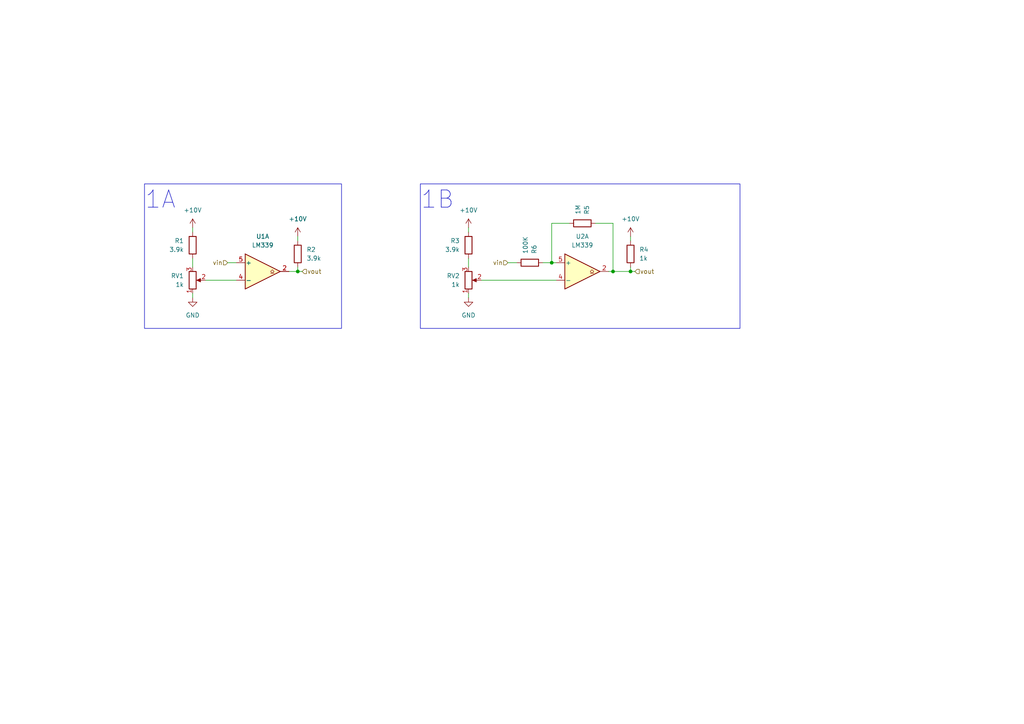
<source format=kicad_sch>
(kicad_sch (version 20230121) (generator eeschema)
  (paper "A4")
  (lib_symbols
    (symbol "Comparator:LM339" (pin_names (offset 0.127))
      (property "Reference" "U" (at 0 5.08 0))
      (property "Value" "LM339" (at 0 -5.08 0))
      (symbol "LM339_1_1"
        (polyline (pts (xy -5.08 5.08) (xy 5.08 0) (xy -5.08 -5.08) (xy -5.08 5.08)) (stroke (width 0.254)) (fill (type background)))
        (polyline (pts (xy 3.302 -0.508) (xy 2.794 -0.508) (xy 3.302 0) (xy 2.794 0.508) (xy 2.286 0) (xy 2.794 -0.508) (xy 2.286 -0.508)) (stroke (width 0.127)))
        (pin open_collector line (at 7.62 0 180) (length 2.54) (name "~") (number "2"))
        (pin input line (at -7.62 -2.54 0) (length 2.54) (name "-") (number "4"))
        (pin input line (at -7.62 2.54 0) (length 2.54) (name "+") (number "5"))
      )
      (symbol "LM339_2_1"
        (polyline (pts (xy -5.08 5.08) (xy 5.08 0) (xy -5.08 -5.08) (xy -5.08 5.08)) (stroke (width 0.254)) (fill (type background)))
        (polyline (pts (xy 3.302 -0.508) (xy 2.794 -0.508) (xy 3.302 0) (xy 2.794 0.508) (xy 2.286 0) (xy 2.794 -0.508) (xy 2.286 -0.508)) (stroke (width 0.127)))
        (pin open_collector line (at 7.62 0 180) (length 2.54) (name "~") (number "1"))
        (pin input line (at -7.62 -2.54 0) (length 2.54) (name "-") (number "6"))
        (pin input line (at -7.62 2.54 0) (length 2.54) (name "+") (number "7"))
      )
      (symbol "LM339_3_1"
        (polyline (pts (xy -5.08 5.08) (xy 5.08 0) (xy -5.08 -5.08) (xy -5.08 5.08)) (stroke (width 0.254)) (fill (type background)))
        (polyline (pts (xy 3.302 -0.508) (xy 2.794 -0.508) (xy 3.302 0) (xy 2.794 0.508) (xy 2.286 0) (xy 2.794 -0.508) (xy 2.286 -0.508)) (stroke (width 0.127)))
        (pin input line (at -7.62 -2.54 0) (length 2.54) (name "-") (number "10"))
        (pin input line (at -7.62 2.54 0) (length 2.54) (name "+") (number "11"))
        (pin open_collector line (at 7.62 0 180) (length 2.54) (name "~") (number "13"))
      )
      (symbol "LM339_4_1"
        (polyline (pts (xy -5.08 5.08) (xy 5.08 0) (xy -5.08 -5.08) (xy -5.08 5.08)) (stroke (width 0.254)) (fill (type background)))
        (polyline (pts (xy 3.302 -0.508) (xy 2.794 -0.508) (xy 3.302 0) (xy 2.794 0.508) (xy 2.286 0) (xy 2.794 -0.508) (xy 2.286 -0.508)) (stroke (width 0.127)))
        (pin open_collector line (at 7.62 0 180) (length 2.54) (name "~") (number "14"))
        (pin input line (at -7.62 -2.54 0) (length 2.54) (name "-") (number "8"))
        (pin input line (at -7.62 2.54 0) (length 2.54) (name "+") (number "9"))
      )
      (symbol "LM339_5_1"
        (pin power_in line (at -2.54 -7.62 90) (length 3.81) (name "V-") (number "12"))
        (pin power_in line (at -2.54 7.62 270) (length 3.81) (name "V+") (number "3"))
      )
    )
    (symbol "Device:R" (pin_numbers hide) (pin_names (offset 0))
      (property "Reference" "R" (at 2.032 0 90))
      (property "Value" "R" (at 0 0 90))
      (symbol "R_0_1"
        (rectangle (start -1.016 -2.54) (end 1.016 2.54) (stroke (width 0.254)))
      )
      (symbol "R_1_1"
        (pin passive line (at 0 3.81 270) (length 1.27) (name "~") (number "1"))
        (pin passive line (at 0 -3.81 90) (length 1.27) (name "~") (number "2"))
      )
    )
    (symbol "Device:R_Potentiometer" (pin_names (offset 1.016) hide)
      (property "Reference" "RV" (at -4.445 0 90))
      (property "Value" "R_Potentiometer" (at -2.54 0 90))
      (symbol "R_Potentiometer_0_1"
        (polyline (pts (xy 2.54 0) (xy 1.524 0)))
        (polyline (pts (xy 1.143 0) (xy 2.286 0.508) (xy 2.286 -0.508) (xy 1.143 0)) (fill (type outline)))
        (rectangle (start 1.016 2.54) (end -1.016 -2.54) (stroke (width 0.254)))
      )
      (symbol "R_Potentiometer_1_1"
        (pin passive line (at 0 3.81 270) (length 1.27) (name "1") (number "1"))
        (pin passive line (at 3.81 0 180) (length 1.27) (name "2") (number "2"))
        (pin passive line (at 0 -3.81 90) (length 1.27) (name "3") (number "3"))
      )
    )
    (symbol "power:+10V" (power) (pin_names (offset 0))
      (property "Value" "+10V" (at 0 3.556 0))
      (symbol "+10V_0_1"
        (polyline (pts (xy -0.762 1.27) (xy 0 2.54)))
        (polyline (pts (xy 0 0) (xy 0 2.54)))
        (polyline (pts (xy 0 2.54) (xy 0.762 1.27)))
      )
      (symbol "+10V_1_1"
        (pin power_in line (at 0 0 90) (length 0) hide (name "+10V") (number "1"))
      )
    )
    (symbol "power:GND" (power) (pin_names (offset 0))
      (property "Value" "GND" (at 0 -3.81 0))
      (symbol "GND_0_1"
        (polyline (pts (xy 0 0) (xy 0 -1.27) (xy 1.27 -1.27) (xy 0 -2.54) (xy -1.27 -1.27) (xy 0 -1.27)))
      )
      (symbol "GND_1_1"
        (pin power_in line (at 0 0 270) (length 0) hide (name "GND") (number "1"))
      )
    )
  )
  (junction (at 182.88 78.74))
  (junction (at 160.02 76.2))
  (junction (at 177.8 78.74))
  (junction (at 86.36 78.74))
  (wire (pts (xy 83.82 78.74) (xy 86.36 78.74)))
  (wire (pts (xy 182.88 68.58) (xy 182.88 69.85)))
  (wire (pts (xy 160.02 76.2) (xy 161.29 76.2)))
  (wire (pts (xy 182.88 78.74) (xy 184.15 78.74)))
  (wire (pts (xy 177.8 64.77) (xy 177.8 78.74)))
  (wire (pts (xy 177.8 78.74) (xy 182.88 78.74)))
  (wire (pts (xy 160.02 64.77) (xy 165.1 64.77)))
  (wire (pts (xy 139.7 81.28) (xy 161.29 81.28)))
  (wire (pts (xy 176.53 78.74) (xy 177.8 78.74)))
  (wire (pts (xy 135.89 85.09) (xy 135.89 86.36)))
  (wire (pts (xy 182.88 77.47) (xy 182.88 78.74)))
  (wire (pts (xy 55.88 74.93) (xy 55.88 77.47)))
  (wire (pts (xy 147.32 76.2) (xy 149.86 76.2)))
  (wire (pts (xy 135.89 66.04) (xy 135.89 67.31)))
  (wire (pts (xy 59.69 81.28) (xy 68.58 81.28)))
  (wire (pts (xy 157.48 76.2) (xy 160.02 76.2)))
  (wire (pts (xy 86.36 77.47) (xy 86.36 78.74)))
  (wire (pts (xy 66.04 76.2) (xy 68.58 76.2)))
  (wire (pts (xy 135.89 74.93) (xy 135.89 77.47)))
  (wire (pts (xy 55.88 85.09) (xy 55.88 86.36)))
  (wire (pts (xy 86.36 78.74) (xy 87.63 78.74)))
  (wire (pts (xy 86.36 68.58) (xy 86.36 69.85)))
  (wire (pts (xy 55.88 66.04) (xy 55.88 67.31)))
  (wire (pts (xy 160.02 76.2) (xy 160.02 64.77)))
  (wire (pts (xy 172.72 64.77) (xy 177.8 64.77)))
  (rectangle (start 41.91 53.34) (end 99.06 95.25))
  (rectangle (start 121.92 53.34) (end 214.63 95.25))
  (text "1B" (at 121.92 60.96 0) (effects (font (size 5 5)) (justify left bottom)))
  (text "1A" (at 41.91 60.96 0) (effects (font (size 5 5)) (justify left bottom)))
  (hierarchical_label "vin" (shape input) (at 66.04 76.2 180))
  (hierarchical_label "vin" (shape input) (at 147.32 76.2 180))
  (hierarchical_label "vout" (shape input) (at 184.15 78.74 0))
  (hierarchical_label "vout" (shape input) (at 87.63 78.74 0))
  (symbol (lib_id "power:+10V") (at 55.88 66.04 0) (unit 1)
    (property "Reference" "#PWR01" (effects hide))
    (property "Value" "+10V" (at 55.88 60.96 0))
  )
  (symbol (lib_id "Device:R") (at 86.36 73.66 0) (unit 1)
    (property "Reference" "R2" (at 88.9 72.39 0) (effects (justify left)))
    (property "Value" "3.9k" (at 88.9 74.93 0) (effects (justify left)))
  )
  (symbol (lib_id "Device:R") (at 153.67 76.2 270) (mirror x) (unit 1)
    (property "Reference" "R6" (at 154.94 73.66 0) (effects (justify left)))
    (property "Value" "100K" (at 152.4 73.66 0) (effects (justify left)))
  )
  (symbol (lib_id "Comparator:LM339") (at 76.2 78.74 0) (unit 1)
    (property "Reference" "U1" (at 76.2 68.58 0))
    (property "Value" "LM339" (at 76.2 71.12 0))
    (property "Datasheet" "https://www.st.com/resource/en/datasheet/lm139.pdf" (effects hide))
  )
  (symbol (lib_id "Comparator:LM339") (at 168.91 78.74 0) (unit 1)
    (property "Reference" "U2" (at 168.91 68.58 0))
    (property "Value" "LM339" (at 168.91 71.12 0))
    (property "Datasheet" "https://www.st.com/resource/en/datasheet/lm139.pdf" (effects hide))
  )
  (symbol (lib_id "Device:R") (at 55.88 71.12 0) (mirror y) (unit 1)
    (property "Reference" "R1" (at 53.34 69.85 0) (effects (justify left)))
    (property "Value" "3.9k" (at 53.34 72.39 0) (effects (justify left)))
  )
  (symbol (lib_id "Device:R") (at 135.89 71.12 0) (mirror y) (unit 1)
    (property "Reference" "R3" (at 133.35 69.85 0) (effects (justify left)))
    (property "Value" "3.9k" (at 133.35 72.39 0) (effects (justify left)))
  )
  (symbol (lib_id "Device:R_Potentiometer") (at 55.88 81.28 0) (mirror x) (unit 1)
    (property "Reference" "RV1" (at 53.34 80.01 0) (effects (justify right)))
    (property "Value" "1k" (at 53.34 82.55 0) (effects (justify right)))
  )
  (symbol (lib_id "power:GND") (at 135.89 86.36 0) (unit 1)
    (property "Reference" "#PWR06" (effects hide))
    (property "Value" "GND" (at 135.89 91.44 0))
  )
  (symbol (lib_id "power:+10V") (at 86.36 68.58 0) (unit 1)
    (property "Reference" "#PWR03" (effects hide))
    (property "Value" "+10V" (at 86.36 63.5 0))
  )
  (symbol (lib_id "power:+10V") (at 182.88 68.58 0) (unit 1)
    (property "Reference" "#PWR05" (effects hide))
    (property "Value" "+10V" (at 182.88 63.5 0))
  )
  (symbol (lib_id "Device:R") (at 168.91 64.77 270) (mirror x) (unit 1)
    (property "Reference" "R5" (at 170.18 62.23 0) (effects (justify left)))
    (property "Value" "1M" (at 167.64 62.23 0) (effects (justify left)))
  )
  (symbol (lib_id "power:GND") (at 55.88 86.36 0) (unit 1)
    (property "Reference" "#PWR02" (effects hide))
    (property "Value" "GND" (at 55.88 91.44 0))
  )
  (symbol (lib_id "Device:R") (at 182.88 73.66 0) (unit 1)
    (property "Reference" "R4" (at 185.42 72.39 0) (effects (justify left)))
    (property "Value" "1k" (at 185.42 74.93 0) (effects (justify left)))
  )
  (symbol (lib_id "Device:R_Potentiometer") (at 135.89 81.28 0) (mirror x) (unit 1)
    (property "Reference" "RV2" (at 133.35 80.01 0) (effects (justify right)))
    (property "Value" "1k" (at 133.35 82.55 0) (effects (justify right)))
  )
  (symbol (lib_id "power:+10V") (at 135.89 66.04 0) (unit 1)
    (property "Reference" "#PWR04" (effects hide))
    (property "Value" "+10V" (at 135.89 60.96 0))
  )
)
</source>
